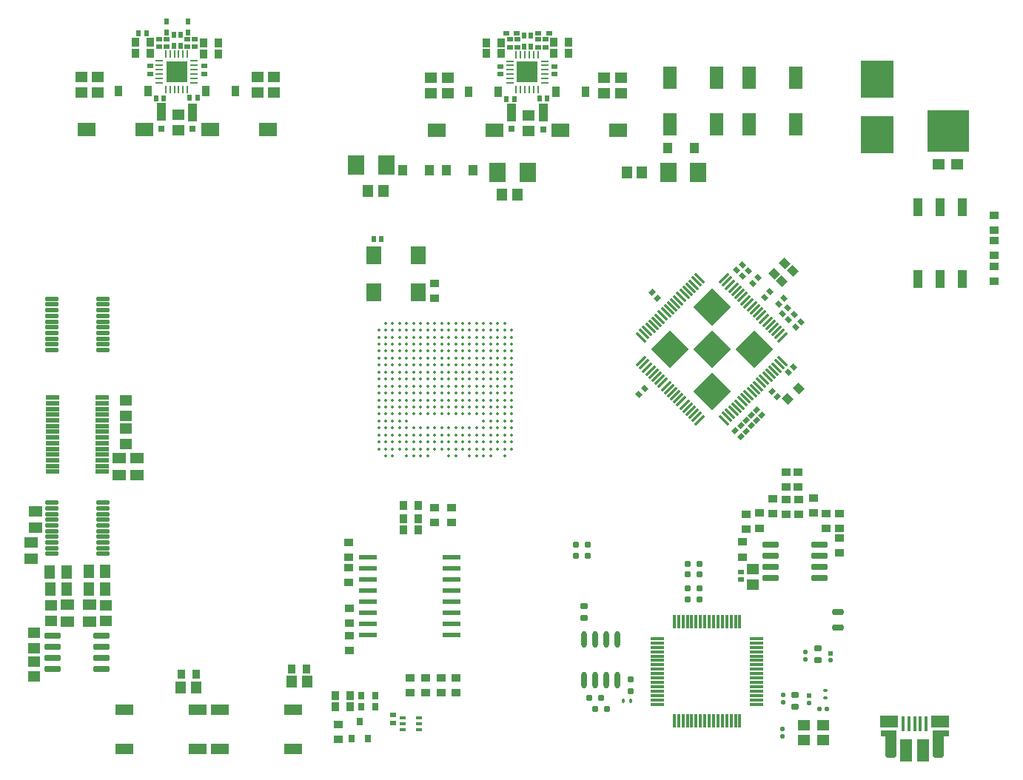
<source format=gbr>
%TF.GenerationSoftware,Altium Limited,Altium Designer,23.5.1 (21)*%
G04 Layer_Color=8421504*
%FSLAX45Y45*%
%MOMM*%
%TF.SameCoordinates,DF551FB5-6F85-4ABD-ABAF-5ACF3DF1BB5E*%
%TF.FilePolarity,Positive*%
%TF.FileFunction,Paste,Top*%
%TF.Part,Single*%
G01*
G75*
%TA.AperFunction,SMDPad,CuDef*%
G04:AMPARAMS|DCode=13|XSize=0.2794mm|YSize=1.4732mm|CornerRadius=0mm|HoleSize=0mm|Usage=FLASHONLY|Rotation=315.000|XOffset=0mm|YOffset=0mm|HoleType=Round|Shape=Rectangle|*
%AMROTATEDRECTD13*
4,1,4,-0.61964,-0.42207,0.42207,0.61964,0.61964,0.42207,-0.42207,-0.61964,-0.61964,-0.42207,0.0*
%
%ADD13ROTATEDRECTD13*%

G04:AMPARAMS|DCode=14|XSize=0.2794mm|YSize=1.4732mm|CornerRadius=0mm|HoleSize=0mm|Usage=FLASHONLY|Rotation=45.000|XOffset=0mm|YOffset=0mm|HoleType=Round|Shape=Rectangle|*
%AMROTATEDRECTD14*
4,1,4,0.42207,-0.61964,-0.61964,0.42207,-0.42207,0.61964,0.61964,-0.42207,0.42207,-0.61964,0.0*
%
%ADD14ROTATEDRECTD14*%

%ADD16R,1.80000X2.00000*%
%ADD17R,0.90000X1.20000*%
G04:AMPARAMS|DCode=18|XSize=0.75mm|YSize=0.6mm|CornerRadius=0.15mm|HoleSize=0mm|Usage=FLASHONLY|Rotation=90.000|XOffset=0mm|YOffset=0mm|HoleType=Round|Shape=RoundedRectangle|*
%AMROUNDEDRECTD18*
21,1,0.75000,0.30000,0,0,90.0*
21,1,0.45000,0.60000,0,0,90.0*
1,1,0.30000,0.15000,0.22500*
1,1,0.30000,0.15000,-0.22500*
1,1,0.30000,-0.15000,-0.22500*
1,1,0.30000,-0.15000,0.22500*
%
%ADD18ROUNDEDRECTD18*%
%ADD19O,0.60000X1.90000*%
G04:AMPARAMS|DCode=20|XSize=0.85mm|YSize=0.7mm|CornerRadius=0.175mm|HoleSize=0mm|Usage=FLASHONLY|Rotation=180.000|XOffset=0mm|YOffset=0mm|HoleType=Round|Shape=RoundedRectangle|*
%AMROUNDEDRECTD20*
21,1,0.85000,0.35000,0,0,180.0*
21,1,0.50000,0.70000,0,0,180.0*
1,1,0.35000,-0.25000,0.17500*
1,1,0.35000,0.25000,0.17500*
1,1,0.35000,0.25000,-0.17500*
1,1,0.35000,-0.25000,-0.17500*
%
%ADD20ROUNDEDRECTD20*%
G04:AMPARAMS|DCode=21|XSize=1.56mm|YSize=0.28mm|CornerRadius=0.035mm|HoleSize=0mm|Usage=FLASHONLY|Rotation=180.000|XOffset=0mm|YOffset=0mm|HoleType=Round|Shape=RoundedRectangle|*
%AMROUNDEDRECTD21*
21,1,1.56000,0.21000,0,0,180.0*
21,1,1.49000,0.28000,0,0,180.0*
1,1,0.07000,-0.74500,0.10500*
1,1,0.07000,0.74500,0.10500*
1,1,0.07000,0.74500,-0.10500*
1,1,0.07000,-0.74500,-0.10500*
%
%ADD21ROUNDEDRECTD21*%
G04:AMPARAMS|DCode=22|XSize=1.56mm|YSize=0.28mm|CornerRadius=0.035mm|HoleSize=0mm|Usage=FLASHONLY|Rotation=270.000|XOffset=0mm|YOffset=0mm|HoleType=Round|Shape=RoundedRectangle|*
%AMROUNDEDRECTD22*
21,1,1.56000,0.21000,0,0,270.0*
21,1,1.49000,0.28000,0,0,270.0*
1,1,0.07000,-0.10500,-0.74500*
1,1,0.07000,-0.10500,0.74500*
1,1,0.07000,0.10500,0.74500*
1,1,0.07000,0.10500,-0.74500*
%
%ADD22ROUNDEDRECTD22*%
G04:AMPARAMS|DCode=23|XSize=0.75mm|YSize=0.6mm|CornerRadius=0.15mm|HoleSize=0mm|Usage=FLASHONLY|Rotation=0.000|XOffset=0mm|YOffset=0mm|HoleType=Round|Shape=RoundedRectangle|*
%AMROUNDEDRECTD23*
21,1,0.75000,0.30000,0,0,0.0*
21,1,0.45000,0.60000,0,0,0.0*
1,1,0.30000,0.22500,-0.15000*
1,1,0.30000,-0.22500,-0.15000*
1,1,0.30000,-0.22500,0.15000*
1,1,0.30000,0.22500,0.15000*
%
%ADD23ROUNDEDRECTD23*%
G04:AMPARAMS|DCode=24|XSize=0.45mm|YSize=0.4mm|CornerRadius=0.1mm|HoleSize=0mm|Usage=FLASHONLY|Rotation=270.000|XOffset=0mm|YOffset=0mm|HoleType=Round|Shape=RoundedRectangle|*
%AMROUNDEDRECTD24*
21,1,0.45000,0.20000,0,0,270.0*
21,1,0.25000,0.40000,0,0,270.0*
1,1,0.20000,-0.10000,-0.12500*
1,1,0.20000,-0.10000,0.12500*
1,1,0.20000,0.10000,0.12500*
1,1,0.20000,0.10000,-0.12500*
%
%ADD24ROUNDEDRECTD24*%
%ADD25R,1.40000X1.20000*%
G04:AMPARAMS|DCode=26|XSize=0.54mm|YSize=0.5mm|CornerRadius=0.125mm|HoleSize=0mm|Usage=FLASHONLY|Rotation=0.000|XOffset=0mm|YOffset=0mm|HoleType=Round|Shape=RoundedRectangle|*
%AMROUNDEDRECTD26*
21,1,0.54000,0.25000,0,0,0.0*
21,1,0.29000,0.50000,0,0,0.0*
1,1,0.25000,0.14500,-0.12500*
1,1,0.25000,-0.14500,-0.12500*
1,1,0.25000,-0.14500,0.12500*
1,1,0.25000,0.14500,0.12500*
%
%ADD26ROUNDEDRECTD26*%
G04:AMPARAMS|DCode=27|XSize=1.28mm|YSize=0.76mm|CornerRadius=0.19mm|HoleSize=0mm|Usage=FLASHONLY|Rotation=0.000|XOffset=0mm|YOffset=0mm|HoleType=Round|Shape=RoundedRectangle|*
%AMROUNDEDRECTD27*
21,1,1.28000,0.38000,0,0,0.0*
21,1,0.90000,0.76000,0,0,0.0*
1,1,0.38000,0.45000,-0.19000*
1,1,0.38000,-0.45000,-0.19000*
1,1,0.38000,-0.45000,0.19000*
1,1,0.38000,0.45000,0.19000*
%
%ADD27ROUNDEDRECTD27*%
G04:AMPARAMS|DCode=29|XSize=0.4mm|YSize=1.75mm|CornerRadius=0.1mm|HoleSize=0mm|Usage=FLASHONLY|Rotation=180.000|XOffset=0mm|YOffset=0mm|HoleType=Round|Shape=RoundedRectangle|*
%AMROUNDEDRECTD29*
21,1,0.40000,1.55000,0,0,180.0*
21,1,0.20000,1.75000,0,0,180.0*
1,1,0.20000,-0.10000,0.77500*
1,1,0.20000,0.10000,0.77500*
1,1,0.20000,0.10000,-0.77500*
1,1,0.20000,-0.10000,-0.77500*
%
%ADD29ROUNDEDRECTD29*%
%ADD30R,0.40000X1.75000*%
%ADD31R,1.42500X2.50000*%
G04:AMPARAMS|DCode=32|XSize=0.52mm|YSize=0.49mm|CornerRadius=0.1225mm|HoleSize=0mm|Usage=FLASHONLY|Rotation=0.000|XOffset=0mm|YOffset=0mm|HoleType=Round|Shape=RoundedRectangle|*
%AMROUNDEDRECTD32*
21,1,0.52000,0.24500,0,0,0.0*
21,1,0.27500,0.49000,0,0,0.0*
1,1,0.24500,0.13750,-0.12250*
1,1,0.24500,-0.13750,-0.12250*
1,1,0.24500,-0.13750,0.12250*
1,1,0.24500,0.13750,0.12250*
%
%ADD32ROUNDEDRECTD32*%
%ADD33R,0.52000X0.49000*%
G04:AMPARAMS|DCode=34|XSize=0.45mm|YSize=0.4mm|CornerRadius=0.1mm|HoleSize=0mm|Usage=FLASHONLY|Rotation=180.000|XOffset=0mm|YOffset=0mm|HoleType=Round|Shape=RoundedRectangle|*
%AMROUNDEDRECTD34*
21,1,0.45000,0.20000,0,0,180.0*
21,1,0.25000,0.40000,0,0,180.0*
1,1,0.20000,-0.12500,0.10000*
1,1,0.20000,0.12500,0.10000*
1,1,0.20000,0.12500,-0.10000*
1,1,0.20000,-0.12500,-0.10000*
%
%ADD34ROUNDEDRECTD34*%
%ADD35R,0.25000X0.90640*%
%ADD36R,0.90640X0.25000*%
%ADD37R,2.45000X2.45000*%
%ADD38R,0.50000X0.63500*%
%ADD39R,0.90000X1.00000*%
%ADD40R,0.63500X0.50000*%
%ADD41R,1.52000X2.54000*%
%ADD42R,2.00000X1.50000*%
%ADD43R,3.81000X4.24180*%
%ADD44R,1.10000X2.00000*%
%ADD45R,0.80000X0.80000*%
%ADD46R,4.80000X4.80000*%
%ADD47R,1.40000X1.30000*%
%ADD48R,0.65000X0.50000*%
%ADD49R,1.47000X1.15000*%
%ADD50R,0.50000X0.65000*%
G04:AMPARAMS|DCode=51|XSize=0.9mm|YSize=1mm|CornerRadius=0mm|HoleSize=0mm|Usage=FLASHONLY|Rotation=45.000|XOffset=0mm|YOffset=0mm|HoleType=Round|Shape=Rectangle|*
%AMROTATEDRECTD51*
4,1,4,0.03535,-0.67175,-0.67175,0.03535,-0.03535,0.67175,0.67175,-0.03535,0.03535,-0.67175,0.0*
%
%ADD51ROTATEDRECTD51*%

G04:AMPARAMS|DCode=52|XSize=1.8mm|YSize=0.6mm|CornerRadius=0.075mm|HoleSize=0mm|Usage=FLASHONLY|Rotation=0.000|XOffset=0mm|YOffset=0mm|HoleType=Round|Shape=RoundedRectangle|*
%AMROUNDEDRECTD52*
21,1,1.80000,0.45000,0,0,0.0*
21,1,1.65000,0.60000,0,0,0.0*
1,1,0.15000,0.82500,-0.22500*
1,1,0.15000,-0.82500,-0.22500*
1,1,0.15000,-0.82500,0.22500*
1,1,0.15000,0.82500,0.22500*
%
%ADD52ROUNDEDRECTD52*%
%ADD53R,1.00000X0.90000*%
%ADD54R,1.10000X1.20000*%
%ADD55R,1.15000X1.47000*%
%ADD56R,1.90000X2.30000*%
G04:AMPARAMS|DCode=57|XSize=0.5mm|YSize=0.65mm|CornerRadius=0mm|HoleSize=0mm|Usage=FLASHONLY|Rotation=315.000|XOffset=0mm|YOffset=0mm|HoleType=Round|Shape=Rectangle|*
%AMROTATEDRECTD57*
4,1,4,-0.40659,-0.05303,0.05303,0.40659,0.40659,0.05303,-0.05303,-0.40659,-0.40659,-0.05303,0.0*
%
%ADD57ROTATEDRECTD57*%

G04:AMPARAMS|DCode=58|XSize=0.5mm|YSize=0.65mm|CornerRadius=0mm|HoleSize=0mm|Usage=FLASHONLY|Rotation=45.000|XOffset=0mm|YOffset=0mm|HoleType=Round|Shape=Rectangle|*
%AMROTATEDRECTD58*
4,1,4,0.05303,-0.40659,-0.40659,0.05303,-0.05303,0.40659,0.40659,-0.05303,0.05303,-0.40659,0.0*
%
%ADD58ROTATEDRECTD58*%

%ADD59R,1.50012X1.29997*%
%ADD60R,1.29997X1.50012*%
G04:AMPARAMS|DCode=61|XSize=1.5mm|YSize=0.45mm|CornerRadius=0.05625mm|HoleSize=0mm|Usage=FLASHONLY|Rotation=180.000|XOffset=0mm|YOffset=0mm|HoleType=Round|Shape=RoundedRectangle|*
%AMROUNDEDRECTD61*
21,1,1.50000,0.33750,0,0,180.0*
21,1,1.38750,0.45000,0,0,180.0*
1,1,0.11250,-0.69375,0.16875*
1,1,0.11250,0.69375,0.16875*
1,1,0.11250,0.69375,-0.16875*
1,1,0.11250,-0.69375,-0.16875*
%
%ADD61ROUNDEDRECTD61*%
G04:AMPARAMS|DCode=62|XSize=1.57mm|YSize=0.45mm|CornerRadius=0.05625mm|HoleSize=0mm|Usage=FLASHONLY|Rotation=0.000|XOffset=0mm|YOffset=0mm|HoleType=Round|Shape=RoundedRectangle|*
%AMROUNDEDRECTD62*
21,1,1.57000,0.33750,0,0,0.0*
21,1,1.45750,0.45000,0,0,0.0*
1,1,0.11250,0.72875,-0.16875*
1,1,0.11250,-0.72875,-0.16875*
1,1,0.11250,-0.72875,0.16875*
1,1,0.11250,0.72875,0.16875*
%
%ADD62ROUNDEDRECTD62*%
%ADD63R,2.00000X1.30000*%
%ADD64R,0.80000X0.42000*%
%ADD65R,2.00000X0.60000*%
%TA.AperFunction,BGAPad,CuDef*%
%ADD66C,0.35000*%
%TA.AperFunction,SMDPad,CuDef*%
%ADD67R,1.10000X2.15000*%
%ADD68R,0.80000X0.90000*%
%ADD69R,0.80000X0.90000*%
G04:AMPARAMS|DCode=70|XSize=0.54mm|YSize=0.5mm|CornerRadius=0.125mm|HoleSize=0mm|Usage=FLASHONLY|Rotation=270.000|XOffset=0mm|YOffset=0mm|HoleType=Round|Shape=RoundedRectangle|*
%AMROUNDEDRECTD70*
21,1,0.54000,0.25000,0,0,270.0*
21,1,0.29000,0.50000,0,0,270.0*
1,1,0.25000,-0.12500,-0.14500*
1,1,0.25000,-0.12500,0.14500*
1,1,0.25000,0.12500,0.14500*
1,1,0.25000,0.12500,-0.14500*
%
%ADD70ROUNDEDRECTD70*%
%TA.AperFunction,Conductor*%
%ADD82R,2.00000X1.46000*%
%TA.AperFunction,NonConductor*%
%ADD123P,4.24264X4X180.0*%
%TA.AperFunction,SMDPad,CuDef*%
%ADD124P,4.24264X4X180.0*%
G36*
X10300001Y305000D02*
Y100001D01*
Y97801D01*
X10299901Y95601D01*
X10299501Y93501D01*
X10299101Y91501D01*
X10298701Y89801D01*
X10298201Y88101D01*
X10297001Y84901D01*
X10295401Y81301D01*
X10293201Y77801D01*
X10291101Y74801D01*
X10288501Y72001D01*
X10285851Y69351D01*
X10282601Y66901D01*
X10279501Y65101D01*
X10276301Y63401D01*
X10272401Y61901D01*
X10268451Y60851D01*
X10264301Y60201D01*
X10260001Y60001D01*
X10210001D01*
X10206301Y60201D01*
X10202601Y60701D01*
X10199501Y61301D01*
X10195401Y62601D01*
X10191701Y64401D01*
X10188101Y66401D01*
X10184801Y68901D01*
X10181701Y71601D01*
X10179101Y74601D01*
X10176701Y77801D01*
X10174601Y81301D01*
X10172701Y85101D01*
X10171601Y88701D01*
X10171046Y90515D01*
X10170601Y92301D01*
X10170201Y96101D01*
X10170001Y100001D01*
Y305001D01*
X10117501D01*
Y375001D01*
X10300001D01*
Y305000D01*
D02*
G37*
G36*
X10897500Y305001D02*
X10845001D01*
Y100001D01*
X10844801Y96101D01*
X10844401Y92301D01*
X10843955Y90515D01*
X10843401Y88701D01*
X10842301Y85101D01*
X10840401Y81301D01*
X10838301Y77801D01*
X10835901Y74601D01*
X10833301Y71601D01*
X10830201Y68901D01*
X10826901Y66401D01*
X10823301Y64401D01*
X10819601Y62601D01*
X10815501Y61301D01*
X10812401Y60701D01*
X10808701Y60201D01*
X10805001Y60001D01*
X10755001D01*
X10750701Y60201D01*
X10746551Y60851D01*
X10742601Y61901D01*
X10738701Y63401D01*
X10735501Y65101D01*
X10732401Y66901D01*
X10729151Y69351D01*
X10726501Y72001D01*
X10723901Y74801D01*
X10721801Y77801D01*
X10719601Y81301D01*
X10718001Y84901D01*
X10716801Y88101D01*
X10716301Y89801D01*
X10715901Y91501D01*
X10715501Y93501D01*
X10715101Y95601D01*
X10715001Y97801D01*
Y100001D01*
Y305001D01*
Y375001D01*
X10897500D01*
Y305001D01*
D02*
G37*
D13*
X8051417Y3926241D02*
D03*
X7980706Y3996951D02*
D03*
X7945351Y4032307D02*
D03*
X7909996Y4067662D02*
D03*
X7874641Y4103017D02*
D03*
X7839285Y4138373D02*
D03*
X7803930Y4173728D02*
D03*
X7768575Y4209083D02*
D03*
X7733219Y4244439D02*
D03*
X7697864Y4279794D02*
D03*
X7662508Y4315149D02*
D03*
X7627153Y4350505D02*
D03*
X7591798Y4385860D02*
D03*
X7556442Y4421215D02*
D03*
X7521087Y4456571D02*
D03*
X7485732Y4491926D02*
D03*
X7450377Y4527282D02*
D03*
X7415021Y4562637D02*
D03*
X7379694Y4597964D02*
D03*
X8327217Y5545486D02*
D03*
X8362571Y5510133D02*
D03*
X8397925Y5474779D02*
D03*
X8433279Y5439425D02*
D03*
X8468633Y5404071D02*
D03*
X8503987Y5368717D02*
D03*
X8539340Y5333363D02*
D03*
X8574694Y5298010D02*
D03*
X8610048Y5262656D02*
D03*
X8645402Y5227302D02*
D03*
X8680756Y5191948D02*
D03*
X8716110Y5156594D02*
D03*
X8751463Y5121240D02*
D03*
X8786817Y5085887D02*
D03*
X8822171Y5050533D02*
D03*
X8857525Y5015179D02*
D03*
X8892879Y4979825D02*
D03*
X8928233Y4944471D02*
D03*
X8963586Y4909117D02*
D03*
X8998940Y4873764D02*
D03*
X8016062Y3961596D02*
D03*
D14*
X7379694Y4873764D02*
D03*
X7415048Y4909118D02*
D03*
X7450402Y4944472D02*
D03*
X7485756Y4979825D02*
D03*
X7521110Y5015179D02*
D03*
X7556464Y5050533D02*
D03*
X7591817Y5085887D02*
D03*
X7910002Y5404071D02*
D03*
X7945356Y5439425D02*
D03*
X7980709Y5474779D02*
D03*
X8016063Y5510133D02*
D03*
X8051417Y5545487D02*
D03*
X8963586Y4562610D02*
D03*
X8928233Y4527256D02*
D03*
X8892879Y4491902D02*
D03*
X8857525Y4456549D02*
D03*
X8822171Y4421195D02*
D03*
X8786817Y4385841D02*
D03*
X8751463Y4350487D02*
D03*
X8716110Y4315133D02*
D03*
X8680756Y4279779D02*
D03*
X8645402Y4244426D02*
D03*
X8610048Y4209072D02*
D03*
X8574694Y4173718D02*
D03*
X8539340Y4138364D02*
D03*
X8503987Y4103010D02*
D03*
X8468633Y4067656D02*
D03*
X8433279Y4032303D02*
D03*
X8397925Y3996949D02*
D03*
X8362571Y3961595D02*
D03*
X8327217Y3926241D02*
D03*
X8998940Y4597964D02*
D03*
X7627171Y5121241D02*
D03*
X7662525Y5156595D02*
D03*
X7697879Y5191948D02*
D03*
X7733233Y5227302D02*
D03*
X7768586Y5262656D02*
D03*
X7803940Y5298010D02*
D03*
X7874648Y5368718D02*
D03*
X7839294Y5333364D02*
D03*
D16*
X4831301Y5389002D02*
D03*
Y5809002D02*
D03*
X4323301D02*
D03*
Y5389002D02*
D03*
D17*
X6401001Y7682503D02*
D03*
X6741001D02*
D03*
X5743501D02*
D03*
X5403501D02*
D03*
X2398500Y7692504D02*
D03*
X2738500D02*
D03*
X1741001D02*
D03*
X1401000D02*
D03*
D18*
X6767501Y2370001D02*
D03*
X6632501D02*
D03*
X6630001Y2500427D02*
D03*
X6765001D02*
D03*
X6852501Y619576D02*
D03*
X6987501D02*
D03*
X6787121Y750001D02*
D03*
X6922121D02*
D03*
X7912501Y2280427D02*
D03*
X8047501D02*
D03*
X7912501Y2160001D02*
D03*
X8047501D02*
D03*
X7912501Y2000427D02*
D03*
X8047501D02*
D03*
X7912501Y1870001D02*
D03*
X8047501D02*
D03*
D19*
X7110501Y1417076D02*
D03*
X6983501D02*
D03*
X6856501D02*
D03*
X6729501D02*
D03*
X7110501Y947076D02*
D03*
X6983501D02*
D03*
X6856501D02*
D03*
X6729501D02*
D03*
D20*
X9140001Y642501D02*
D03*
Y777501D02*
D03*
X6730001Y1797501D02*
D03*
Y1662501D02*
D03*
X9397871Y1314076D02*
D03*
Y1179076D02*
D03*
D21*
X7565077Y675001D02*
D03*
Y725001D02*
D03*
Y775001D02*
D03*
Y825001D02*
D03*
Y875001D02*
D03*
Y925001D02*
D03*
Y975001D02*
D03*
Y1025001D02*
D03*
Y1075001D02*
D03*
Y1125001D02*
D03*
Y1175001D02*
D03*
Y1225001D02*
D03*
Y1275001D02*
D03*
Y1325001D02*
D03*
Y1375001D02*
D03*
Y1425001D02*
D03*
X8701077D02*
D03*
Y1375001D02*
D03*
Y1325001D02*
D03*
Y1275001D02*
D03*
Y1225001D02*
D03*
Y1175001D02*
D03*
Y1125001D02*
D03*
Y1075001D02*
D03*
Y1025001D02*
D03*
Y975001D02*
D03*
Y925001D02*
D03*
Y875001D02*
D03*
Y825001D02*
D03*
Y775001D02*
D03*
Y725001D02*
D03*
Y675001D02*
D03*
D22*
X8508077Y482001D02*
D03*
X8458077D02*
D03*
X8408077D02*
D03*
X8358077D02*
D03*
X8308077D02*
D03*
X8258077D02*
D03*
X8208077D02*
D03*
X8158077D02*
D03*
X8108077D02*
D03*
X8058077D02*
D03*
X8008077D02*
D03*
X7958077D02*
D03*
X7908077D02*
D03*
X7858077D02*
D03*
X7808077D02*
D03*
X7758077D02*
D03*
Y1618001D02*
D03*
X7808077D02*
D03*
X7858077D02*
D03*
X7908077D02*
D03*
X7958077D02*
D03*
X8008077D02*
D03*
X8058077D02*
D03*
X8108077D02*
D03*
X8158077D02*
D03*
X8208077D02*
D03*
X8258077D02*
D03*
X8308077D02*
D03*
X8358077D02*
D03*
X8408077D02*
D03*
X8458077D02*
D03*
X8508077D02*
D03*
D23*
X7260426Y822501D02*
D03*
Y957501D02*
D03*
D24*
X7177501Y714576D02*
D03*
X7262501D02*
D03*
D25*
X9460001Y435001D02*
D03*
Y265001D02*
D03*
X9240001D02*
D03*
Y435001D02*
D03*
D26*
X8994576Y307001D02*
D03*
Y393001D02*
D03*
X9257871Y1269576D02*
D03*
Y1183576D02*
D03*
X9000001Y783001D02*
D03*
Y697001D02*
D03*
D27*
X9630001Y1552001D02*
D03*
Y1728001D02*
D03*
D29*
X10507501Y452501D02*
D03*
X10442501D02*
D03*
X10572501D02*
D03*
X10637501D02*
D03*
D30*
X10377501D02*
D03*
D31*
X10411251Y145001D02*
D03*
X10603751D02*
D03*
D32*
X9547871Y1176076D02*
D03*
X9300001Y689501D02*
D03*
D33*
X9547871Y1257076D02*
D03*
X9300001Y770501D02*
D03*
D34*
X9490001Y832501D02*
D03*
Y747501D02*
D03*
D35*
X1941000Y8110323D02*
D03*
X1991000D02*
D03*
X2041000D02*
D03*
X2091000D02*
D03*
X2141000D02*
D03*
X2191000D02*
D03*
Y7709684D02*
D03*
X2141000D02*
D03*
X2091000D02*
D03*
X2041000D02*
D03*
X1991000D02*
D03*
X1941000D02*
D03*
X5951001Y8107823D02*
D03*
X6001001D02*
D03*
X6051001D02*
D03*
X6101001D02*
D03*
X6151001D02*
D03*
X6201001D02*
D03*
Y7707183D02*
D03*
X6151001D02*
D03*
X6101001D02*
D03*
X6051001D02*
D03*
X6001001D02*
D03*
X5951001D02*
D03*
D36*
X2266320Y8035003D02*
D03*
X1865680D02*
D03*
X2266320Y7785003D02*
D03*
X1865680D02*
D03*
X2266320Y7835003D02*
D03*
X1865680D02*
D03*
Y7885004D02*
D03*
X2266320D02*
D03*
Y7935003D02*
D03*
X1865680D02*
D03*
Y7985004D02*
D03*
X2266320D02*
D03*
X6276321Y8032503D02*
D03*
X5875681D02*
D03*
X6276321Y7782503D02*
D03*
X5875681D02*
D03*
X6276321Y7832503D02*
D03*
X5875681D02*
D03*
Y7882503D02*
D03*
X6276321D02*
D03*
Y7932503D02*
D03*
X5875681D02*
D03*
Y7982503D02*
D03*
X6276321D02*
D03*
D37*
X2066000Y7910003D02*
D03*
X6076001Y7907503D02*
D03*
D38*
X2195000Y8360003D02*
D03*
Y8486503D02*
D03*
X1951000Y8357503D02*
D03*
Y8484003D02*
D03*
X2033500Y8204003D02*
D03*
Y8330503D02*
D03*
X2111000Y8204003D02*
D03*
Y8330503D02*
D03*
X6038501Y8200003D02*
D03*
Y8326503D02*
D03*
X6121001Y8200003D02*
D03*
Y8326503D02*
D03*
D39*
X2546000Y8112004D02*
D03*
X2376000D02*
D03*
X1763500Y8122004D02*
D03*
X1593500D02*
D03*
X2376000Y8242504D02*
D03*
X2546000D02*
D03*
X1763500Y8247504D02*
D03*
X1593500D02*
D03*
X6378501Y8125003D02*
D03*
X6548501D02*
D03*
X5606001D02*
D03*
X5776001D02*
D03*
X6548501Y8252503D02*
D03*
X6378501D02*
D03*
X5606001Y8242503D02*
D03*
X5776001D02*
D03*
X2290001Y1022360D02*
D03*
X2120001D02*
D03*
X3550002Y1080001D02*
D03*
X3380001D02*
D03*
X4660001Y2800001D02*
D03*
X4830001D02*
D03*
X4830002Y2670001D02*
D03*
X4660001D02*
D03*
Y2945001D02*
D03*
X4830002D02*
D03*
X4055001Y776203D02*
D03*
X3885001D02*
D03*
Y646203D02*
D03*
X4055001D02*
D03*
D40*
X6326501Y8350001D02*
D03*
X6200001D02*
D03*
X5960001D02*
D03*
X5833501D02*
D03*
D41*
X8243001Y7310001D02*
D03*
X7710001D02*
D03*
X8617001Y7307503D02*
D03*
X9150001D02*
D03*
X7710001Y7840002D02*
D03*
X8243001D02*
D03*
X8617001D02*
D03*
X9150001D02*
D03*
D42*
X2451000Y7247503D02*
D03*
X3111000D02*
D03*
X1036500D02*
D03*
X1696500D02*
D03*
X6453501Y7237503D02*
D03*
X7113501D02*
D03*
X5041001D02*
D03*
X5701001D02*
D03*
D43*
X10080001Y7190001D02*
D03*
Y7827541D02*
D03*
D44*
X2248500Y7444503D02*
D03*
X1891000Y7450003D02*
D03*
X6258501Y7442503D02*
D03*
X5901001Y7447503D02*
D03*
D45*
X2248500Y7254503D02*
D03*
X1891000Y7260003D02*
D03*
X6258501Y7252503D02*
D03*
X5901001Y7257503D02*
D03*
D46*
X10890001Y7230002D02*
D03*
D47*
X10786001Y6855002D02*
D03*
X10994001D02*
D03*
D48*
X2381000Y7975003D02*
D03*
Y7885003D02*
D03*
X2271000Y8286253D02*
D03*
Y8196253D02*
D03*
X1868500Y8286253D02*
D03*
Y8196253D02*
D03*
X1763500Y7975003D02*
D03*
Y7885003D02*
D03*
X2188500Y8286253D02*
D03*
Y8196253D02*
D03*
X1951000Y8286253D02*
D03*
Y8196253D02*
D03*
X6386001Y7972503D02*
D03*
Y7882503D02*
D03*
X6283501Y8283253D02*
D03*
Y8193253D02*
D03*
X5878501Y8283253D02*
D03*
Y8193253D02*
D03*
X5768501Y7972503D02*
D03*
Y7882503D02*
D03*
X6201001Y8283253D02*
D03*
Y8193253D02*
D03*
X5961001Y8283253D02*
D03*
Y8193253D02*
D03*
X8525001Y2100001D02*
D03*
Y2190001D02*
D03*
X4542389Y550001D02*
D03*
Y460001D02*
D03*
D49*
X2992505Y7672501D02*
D03*
Y7848501D02*
D03*
X3175005Y7672501D02*
D03*
Y7848501D02*
D03*
X973500Y7677003D02*
D03*
Y7853004D02*
D03*
X1167600Y7677003D02*
D03*
Y7853004D02*
D03*
X2086000Y7241503D02*
D03*
Y7417504D02*
D03*
X7146001Y7667003D02*
D03*
Y7843003D02*
D03*
X6956001Y7667003D02*
D03*
Y7843003D02*
D03*
X5170101Y7667003D02*
D03*
Y7843003D02*
D03*
X4976001Y7667003D02*
D03*
Y7843003D02*
D03*
X6088501Y7231503D02*
D03*
Y7407503D02*
D03*
X8660001Y2045001D02*
D03*
Y2221001D02*
D03*
X1260002Y1805502D02*
D03*
Y1629502D02*
D03*
X440001Y1490001D02*
D03*
Y1314001D02*
D03*
Y990001D02*
D03*
Y1166001D02*
D03*
X630002Y1805502D02*
D03*
Y1629502D02*
D03*
X1486693Y3652501D02*
D03*
Y3828501D02*
D03*
Y3972501D02*
D03*
Y4148501D02*
D03*
D50*
X1723500Y8352503D02*
D03*
X1633500D02*
D03*
X2213501Y7610004D02*
D03*
X2303500D02*
D03*
X1831000Y7602503D02*
D03*
X1921000D02*
D03*
X6216001Y7607503D02*
D03*
X6306001D02*
D03*
X5841001Y7600003D02*
D03*
X5931001D02*
D03*
X4320002Y6000001D02*
D03*
X4410001D02*
D03*
D51*
X8990001Y5510001D02*
D03*
X9110210Y5630210D02*
D03*
X8900002Y5600002D02*
D03*
X9020210Y5720210D02*
D03*
X9059001Y4169001D02*
D03*
X9179210Y4289210D02*
D03*
D52*
X9421782Y2503185D02*
D03*
Y2376185D02*
D03*
Y2249185D02*
D03*
Y2122185D02*
D03*
X8856783D02*
D03*
X8856782Y2249185D02*
D03*
X8856783Y2376185D02*
D03*
X8856782Y2503185D02*
D03*
X643477Y1073502D02*
D03*
Y1454502D02*
D03*
Y1200502D02*
D03*
Y1327502D02*
D03*
X1208477Y1200502D02*
D03*
Y1073502D02*
D03*
Y1327502D02*
D03*
Y1454502D02*
D03*
D53*
X8580001Y2850001D02*
D03*
Y2680001D02*
D03*
X8885001Y2853502D02*
D03*
Y3023502D02*
D03*
X8540001Y2360001D02*
D03*
Y2530001D02*
D03*
X9350001Y3030001D02*
D03*
Y2860001D02*
D03*
X9650002Y2580001D02*
D03*
Y2410001D02*
D03*
X9645001Y2858502D02*
D03*
Y2688501D02*
D03*
X9040001Y3330001D02*
D03*
Y3160001D02*
D03*
X9170001Y3330001D02*
D03*
Y3160001D02*
D03*
X8730001Y2860001D02*
D03*
Y2690001D02*
D03*
X9040001Y2850001D02*
D03*
Y3020001D02*
D03*
X9180001Y2850001D02*
D03*
Y3020001D02*
D03*
X9495001Y2856001D02*
D03*
Y2686001D02*
D03*
X5020001Y5320001D02*
D03*
Y5490001D02*
D03*
X5265226Y980001D02*
D03*
Y810001D02*
D03*
X4738949D02*
D03*
Y980001D02*
D03*
X4914374D02*
D03*
Y810001D02*
D03*
X5089800Y980002D02*
D03*
Y810001D02*
D03*
X11420002Y5512502D02*
D03*
Y5682502D02*
D03*
X11417502Y5980002D02*
D03*
Y5810002D02*
D03*
X11415002Y6270002D02*
D03*
Y6100002D02*
D03*
X4037501Y2357501D02*
D03*
Y2527501D02*
D03*
X4042501Y1455001D02*
D03*
Y1285001D02*
D03*
X3915001Y446203D02*
D03*
Y276203D02*
D03*
X4040002Y1605001D02*
D03*
Y1775001D02*
D03*
X4035002Y2237501D02*
D03*
Y2067501D02*
D03*
X5020001Y2750001D02*
D03*
Y2920001D02*
D03*
X5210001Y2750001D02*
D03*
Y2920001D02*
D03*
D54*
X5150001Y6785001D02*
D03*
X5460001D02*
D03*
X4650001Y6785002D02*
D03*
X4960001D02*
D03*
X7680001Y7040001D02*
D03*
X7990001D02*
D03*
D55*
X5786401Y6505003D02*
D03*
X5962401D02*
D03*
X4254001Y6545002D02*
D03*
X4430001D02*
D03*
X7214001Y6760001D02*
D03*
X7390001D02*
D03*
X2112501Y866520D02*
D03*
X2288501D02*
D03*
X3384001Y930001D02*
D03*
X3560001D02*
D03*
D56*
X5739251Y6762503D02*
D03*
X6081251D02*
D03*
X4120001Y6845002D02*
D03*
X4462001D02*
D03*
X8030001Y6760001D02*
D03*
X7688001D02*
D03*
D57*
X8457104Y3802113D02*
D03*
X8520744Y3738473D02*
D03*
X8876362Y4253641D02*
D03*
X8940001Y4190001D02*
D03*
X8518092Y3861498D02*
D03*
X8581731Y3797859D02*
D03*
X7505062Y5384511D02*
D03*
X7568702Y5320872D02*
D03*
X8577477Y3922486D02*
D03*
X8641116Y3858846D02*
D03*
X8697850Y4042859D02*
D03*
X8761490Y3979219D02*
D03*
X8637663Y3982672D02*
D03*
X8701303Y3919033D02*
D03*
D58*
X9060001Y4470001D02*
D03*
X9123641Y4533641D02*
D03*
X7352960Y4221688D02*
D03*
X7416599Y4285327D02*
D03*
X9146886Y4987762D02*
D03*
X9210525Y5051401D02*
D03*
X9064685Y5069963D02*
D03*
X9128324Y5133602D02*
D03*
X8993484Y5143164D02*
D03*
X9057123Y5206804D02*
D03*
X8950824Y5253676D02*
D03*
X9014463Y5317315D02*
D03*
X8790002Y5330002D02*
D03*
X8853641Y5393642D02*
D03*
X8473470Y5640648D02*
D03*
X8537110Y5704287D02*
D03*
X8541388Y5572730D02*
D03*
X8605028Y5636370D02*
D03*
X8654305Y5489813D02*
D03*
X8717945Y5553452D02*
D03*
D59*
X450001Y2695005D02*
D03*
Y2884997D02*
D03*
X400001Y2524997D02*
D03*
Y2335005D02*
D03*
X1070977Y1812498D02*
D03*
Y1622506D02*
D03*
X813477Y1812498D02*
D03*
Y1622506D02*
D03*
X1410001Y3487497D02*
D03*
Y3297505D02*
D03*
X1612501Y3487497D02*
D03*
Y3297505D02*
D03*
D60*
X1252497Y2192501D02*
D03*
X1062505D02*
D03*
X617505Y2190001D02*
D03*
X807497D02*
D03*
X1060977Y1995002D02*
D03*
X1250969D02*
D03*
X810969D02*
D03*
X620977D02*
D03*
D61*
X1222502Y5117501D02*
D03*
Y5182501D02*
D03*
Y5052501D02*
D03*
Y5312501D02*
D03*
Y5247501D02*
D03*
Y4727501D02*
D03*
Y4792501D02*
D03*
Y4922501D02*
D03*
Y4987501D02*
D03*
Y4857501D02*
D03*
X642502Y5052501D02*
D03*
Y5117501D02*
D03*
Y4987501D02*
D03*
Y5247501D02*
D03*
Y5312501D02*
D03*
Y5182501D02*
D03*
Y4727501D02*
D03*
Y4857501D02*
D03*
Y4922501D02*
D03*
Y4792501D02*
D03*
X642502Y2460100D02*
D03*
Y2590100D02*
D03*
Y2525100D02*
D03*
Y2395100D02*
D03*
Y2850100D02*
D03*
Y2980100D02*
D03*
Y2915100D02*
D03*
Y2655100D02*
D03*
Y2785100D02*
D03*
Y2720100D02*
D03*
X1222502Y2525100D02*
D03*
Y2655100D02*
D03*
Y2590100D02*
D03*
Y2460100D02*
D03*
Y2395100D02*
D03*
Y2915100D02*
D03*
Y2980100D02*
D03*
Y2720100D02*
D03*
Y2850100D02*
D03*
Y2785100D02*
D03*
D62*
X1218362Y4181263D02*
D03*
Y4116263D02*
D03*
Y4051263D02*
D03*
Y3986263D02*
D03*
Y3921263D02*
D03*
Y3856263D02*
D03*
Y3791263D02*
D03*
Y3726263D02*
D03*
Y3661263D02*
D03*
Y3596263D02*
D03*
Y3531263D02*
D03*
Y3466263D02*
D03*
Y3401263D02*
D03*
Y3336263D02*
D03*
X644362D02*
D03*
Y3401263D02*
D03*
Y3466263D02*
D03*
Y3531263D02*
D03*
Y3596263D02*
D03*
Y3661263D02*
D03*
Y3726263D02*
D03*
Y3791263D02*
D03*
Y4181263D02*
D03*
Y4116263D02*
D03*
Y4051263D02*
D03*
Y3986263D02*
D03*
Y3921263D02*
D03*
Y3856263D02*
D03*
D63*
X2310001Y610001D02*
D03*
Y160001D02*
D03*
X1470001D02*
D03*
Y610001D02*
D03*
X3400001D02*
D03*
X2560001Y160001D02*
D03*
Y610001D02*
D03*
X3400001Y160001D02*
D03*
D64*
X4842389Y385001D02*
D03*
Y450001D02*
D03*
Y515001D02*
D03*
X4652389D02*
D03*
Y450001D02*
D03*
Y385001D02*
D03*
D65*
X5213501Y2359502D02*
D03*
Y2232502D02*
D03*
Y2105502D02*
D03*
Y1978502D02*
D03*
Y1851502D02*
D03*
Y1724502D02*
D03*
Y1597502D02*
D03*
Y1470502D02*
D03*
X4253501D02*
D03*
Y1597502D02*
D03*
Y1724502D02*
D03*
Y1851502D02*
D03*
Y1978502D02*
D03*
Y2105502D02*
D03*
Y2232502D02*
D03*
Y2359502D02*
D03*
D66*
X4457802Y5034272D02*
D03*
X4537802D02*
D03*
X4617802D02*
D03*
X4697802D02*
D03*
X4777802D02*
D03*
X4857802D02*
D03*
X4937802D02*
D03*
X5017802D02*
D03*
X5097802D02*
D03*
X5177802D02*
D03*
X5497802D02*
D03*
X5577802D02*
D03*
X5657802D02*
D03*
X5737802D02*
D03*
X5817802D02*
D03*
X4377802Y4954272D02*
D03*
X4457802D02*
D03*
X4537802D02*
D03*
X4617802D02*
D03*
X4697802D02*
D03*
X4777802D02*
D03*
X4857802D02*
D03*
X4937802D02*
D03*
X5017802D02*
D03*
X5097802D02*
D03*
X5177802D02*
D03*
X5417802D02*
D03*
X5497802D02*
D03*
X5577802D02*
D03*
X5657802D02*
D03*
X5737802D02*
D03*
X5817802D02*
D03*
X5897802D02*
D03*
X4377802Y4874271D02*
D03*
X4457802D02*
D03*
X4537802D02*
D03*
X4617802D02*
D03*
X4697802D02*
D03*
X4777802D02*
D03*
X4857802D02*
D03*
X4937802D02*
D03*
X5017802D02*
D03*
X5097802D02*
D03*
X5177802D02*
D03*
X5497802D02*
D03*
X5577802D02*
D03*
X5657802D02*
D03*
X5737802D02*
D03*
X5817802D02*
D03*
X5897802D02*
D03*
X4377802Y4794272D02*
D03*
X4457802D02*
D03*
X4537802D02*
D03*
X4617802D02*
D03*
X4697802D02*
D03*
X4777802D02*
D03*
X4857802D02*
D03*
X4937802D02*
D03*
X5017802D02*
D03*
X5097802D02*
D03*
X5497802D02*
D03*
X5577802D02*
D03*
X5657802D02*
D03*
X5737802D02*
D03*
X5817802D02*
D03*
X5897802D02*
D03*
X4377802Y4714271D02*
D03*
X4457802D02*
D03*
X4537802D02*
D03*
X4617802D02*
D03*
X4697802D02*
D03*
X4777802D02*
D03*
X4857802D02*
D03*
X4937802D02*
D03*
X5017802D02*
D03*
X5097802D02*
D03*
X5497802D02*
D03*
X5577802D02*
D03*
X5657802D02*
D03*
X5737802D02*
D03*
X5817802D02*
D03*
X5897802D02*
D03*
X4377802Y4634272D02*
D03*
X4457802D02*
D03*
X4537802D02*
D03*
X4617802D02*
D03*
X4697802D02*
D03*
X4777802D02*
D03*
X4857802D02*
D03*
X4937802D02*
D03*
X5017802D02*
D03*
X5097802D02*
D03*
X5177802D02*
D03*
X5257802D02*
D03*
X5337802D02*
D03*
X5417802D02*
D03*
X5497802D02*
D03*
X5577802D02*
D03*
X5657802D02*
D03*
X5737802D02*
D03*
X5817802D02*
D03*
X5897802D02*
D03*
X4377802Y4554272D02*
D03*
X4457802D02*
D03*
X4537802D02*
D03*
X4617802D02*
D03*
X4697802D02*
D03*
X4777802D02*
D03*
X4857802D02*
D03*
X4937802D02*
D03*
X5017802D02*
D03*
X5097802D02*
D03*
X5177802D02*
D03*
X5257802D02*
D03*
X5337802D02*
D03*
X5417802D02*
D03*
X5497802D02*
D03*
X5577802D02*
D03*
X5657802D02*
D03*
X5737802D02*
D03*
X5817802D02*
D03*
X5897802D02*
D03*
X4377802Y4474271D02*
D03*
X4457802D02*
D03*
X4537802D02*
D03*
X4617802D02*
D03*
X4697802D02*
D03*
X4777802D02*
D03*
X4857802D02*
D03*
X4937802D02*
D03*
X5017802D02*
D03*
X5097802D02*
D03*
X5177802D02*
D03*
X5257802D02*
D03*
X5337802D02*
D03*
X5417802D02*
D03*
X5497802D02*
D03*
X5577802D02*
D03*
X5657802D02*
D03*
X5737802D02*
D03*
X5817802D02*
D03*
X5897802D02*
D03*
X4377802Y4394272D02*
D03*
X4457802D02*
D03*
X4537802D02*
D03*
X4617802D02*
D03*
X4697802D02*
D03*
X4777802D02*
D03*
X4857802D02*
D03*
X4937802D02*
D03*
X5017802D02*
D03*
X5097802D02*
D03*
X5177802D02*
D03*
X5257802D02*
D03*
X5337802D02*
D03*
X5417802D02*
D03*
X5497802D02*
D03*
X5577802D02*
D03*
X5657802D02*
D03*
X5737802D02*
D03*
X5817802D02*
D03*
X5897802D02*
D03*
X4377802Y4314272D02*
D03*
X4457802D02*
D03*
X4537802D02*
D03*
X4617802D02*
D03*
X4697802D02*
D03*
X4777802D02*
D03*
X4857802D02*
D03*
X4937802D02*
D03*
X5017802D02*
D03*
X5097802D02*
D03*
X5177802D02*
D03*
X5257802D02*
D03*
X5337802D02*
D03*
X5417802D02*
D03*
X5497802D02*
D03*
X5577802D02*
D03*
X5657802D02*
D03*
X5737802D02*
D03*
X5817802D02*
D03*
X5897802D02*
D03*
X4377802Y4234272D02*
D03*
X4457802D02*
D03*
X4537802D02*
D03*
X4617802D02*
D03*
X4697802D02*
D03*
X4777802D02*
D03*
X4857802D02*
D03*
X4937802D02*
D03*
X5017802D02*
D03*
X5097802D02*
D03*
X5177802D02*
D03*
X5257802D02*
D03*
X5337802D02*
D03*
X5417802D02*
D03*
X5497802D02*
D03*
X5577802D02*
D03*
X5657802D02*
D03*
X5737802D02*
D03*
X5817802D02*
D03*
X5897802D02*
D03*
X4457802Y4154272D02*
D03*
X4537802D02*
D03*
X4617802D02*
D03*
X4697802D02*
D03*
X4777802D02*
D03*
X4857802D02*
D03*
X4937802D02*
D03*
X5017802D02*
D03*
X5097802D02*
D03*
X5177802D02*
D03*
X5257802D02*
D03*
X5337802D02*
D03*
X5417802D02*
D03*
X5497802D02*
D03*
X5577802D02*
D03*
X5657802D02*
D03*
X5737802D02*
D03*
X5817802D02*
D03*
X5897802D02*
D03*
X4377802Y4074272D02*
D03*
X4457802D02*
D03*
X4537802D02*
D03*
X4617802D02*
D03*
X4697802D02*
D03*
X4777802D02*
D03*
X4857802D02*
D03*
X4937802D02*
D03*
X5017802D02*
D03*
X5097802D02*
D03*
X5177802D02*
D03*
X5257802D02*
D03*
X5337802D02*
D03*
X5417802D02*
D03*
X5497802D02*
D03*
X5577802D02*
D03*
X5657802D02*
D03*
X5737802D02*
D03*
X5817802D02*
D03*
X5897802D02*
D03*
X4377802Y3994272D02*
D03*
X4457802D02*
D03*
X4537802D02*
D03*
X4617802D02*
D03*
X4697802D02*
D03*
X4777802D02*
D03*
X4857802D02*
D03*
X4937802D02*
D03*
X5017802D02*
D03*
X5097802D02*
D03*
X5177802D02*
D03*
X5257802D02*
D03*
X5337802D02*
D03*
X5417802D02*
D03*
X5497802D02*
D03*
X5577802D02*
D03*
X5657802D02*
D03*
X5737802D02*
D03*
X5817802D02*
D03*
X5897802D02*
D03*
X4377802Y3914272D02*
D03*
X4457802D02*
D03*
X4537802D02*
D03*
X4617802D02*
D03*
X4697802D02*
D03*
X5577802D02*
D03*
X5657802D02*
D03*
X5737802D02*
D03*
X5817802D02*
D03*
X5897802D02*
D03*
X4377802Y3834272D02*
D03*
X4457802D02*
D03*
X4537802D02*
D03*
X4617802D02*
D03*
X4697802D02*
D03*
X4777802D02*
D03*
X4857802D02*
D03*
X4937802D02*
D03*
X5017802D02*
D03*
X5097802D02*
D03*
X5177802D02*
D03*
X5257802D02*
D03*
X5337802D02*
D03*
X5417802D02*
D03*
X5497802D02*
D03*
X5577802D02*
D03*
X5657802D02*
D03*
X5737802D02*
D03*
X5817802D02*
D03*
X5897802D02*
D03*
X4377802Y3754272D02*
D03*
X4457802D02*
D03*
X4537802D02*
D03*
X4617802D02*
D03*
X4697802D02*
D03*
X4777802D02*
D03*
X4857802D02*
D03*
X4937802D02*
D03*
X5017802D02*
D03*
X5097802D02*
D03*
X5177802D02*
D03*
X5257802D02*
D03*
X5337802D02*
D03*
X5417802D02*
D03*
X5497802D02*
D03*
X5577802D02*
D03*
X5657802D02*
D03*
X5737802D02*
D03*
X5817802D02*
D03*
X5897802D02*
D03*
X4377802Y3674272D02*
D03*
X4457802D02*
D03*
X4537802D02*
D03*
X4617802D02*
D03*
X4697802D02*
D03*
X4777802D02*
D03*
X4857802D02*
D03*
X4937802D02*
D03*
X5017802D02*
D03*
X5097802D02*
D03*
X5177802D02*
D03*
X5257802D02*
D03*
X5337802D02*
D03*
X5417802D02*
D03*
X5497802D02*
D03*
X5577802D02*
D03*
X5657802D02*
D03*
X5737802D02*
D03*
X5817802D02*
D03*
X5897802D02*
D03*
X4377802Y3594272D02*
D03*
X4457802D02*
D03*
X4537802D02*
D03*
X4617802D02*
D03*
X4697802D02*
D03*
X4777802D02*
D03*
X4857802D02*
D03*
X4937802D02*
D03*
X5017802D02*
D03*
X5097802D02*
D03*
X5177802D02*
D03*
X5257802D02*
D03*
X5337802D02*
D03*
X5417802D02*
D03*
X5497802D02*
D03*
X5577802D02*
D03*
X5657802D02*
D03*
X5737802D02*
D03*
X5817802D02*
D03*
X5897802D02*
D03*
X4457802Y3514272D02*
D03*
X4537802D02*
D03*
X4697802D02*
D03*
X4777802D02*
D03*
X4857802D02*
D03*
X4937802D02*
D03*
X5177802D02*
D03*
X5257802D02*
D03*
X5417802D02*
D03*
X5497802D02*
D03*
X5577802D02*
D03*
X5657802D02*
D03*
X5817802D02*
D03*
X4377802Y4154272D02*
D03*
X5177802Y4794272D02*
D03*
Y4714271D02*
D03*
X5257802Y4954272D02*
D03*
Y4874271D02*
D03*
Y4794272D02*
D03*
Y4714271D02*
D03*
Y5034272D02*
D03*
X5337802D02*
D03*
Y4954272D02*
D03*
Y4874271D02*
D03*
Y4794272D02*
D03*
Y4714271D02*
D03*
X5417802Y5034272D02*
D03*
Y4874271D02*
D03*
Y4794272D02*
D03*
Y4714271D02*
D03*
D67*
X10545002Y5535652D02*
D03*
Y6360652D02*
D03*
X10799002D02*
D03*
X11053002Y5535652D02*
D03*
X10799002D02*
D03*
X11053002Y6360652D02*
D03*
D68*
X4255001Y279703D02*
D03*
X4065001D02*
D03*
X4160001Y479703D02*
D03*
D69*
X4180001Y770001D02*
D03*
X4340001D02*
D03*
X4175001Y646203D02*
D03*
X4335001D02*
D03*
D70*
X9503001Y617927D02*
D03*
X9417001D02*
D03*
D82*
X10797494Y472987D02*
D03*
X10217493D02*
D03*
D123*
X7708486Y4735864D02*
D03*
X8189315Y4255033D02*
D03*
X8670149Y4735863D02*
D03*
X8189317Y5216695D02*
D03*
D124*
X8189317Y4735864D02*
D03*
%TF.MD5,622e810eb78deba0fb8ee51c3168c58f*%
M02*

</source>
